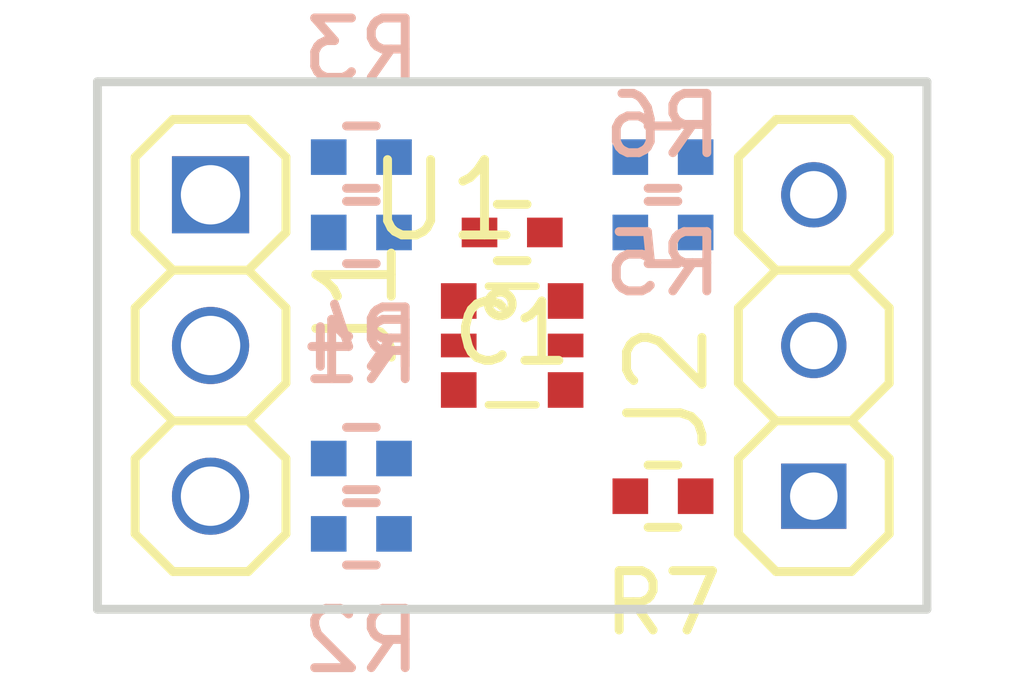
<source format=kicad_pcb>
(kicad_pcb (version 4) (host pcbnew 4.0.7-e2-6376~58~ubuntu17.04.1)

  (general
    (links 21)
    (no_connects 21)
    (area 0 0 0 0)
    (thickness 1.6)
    (drawings 4)
    (tracks 0)
    (zones 0)
    (modules 11)
    (nets 8)
  )

  (page A4)
  (layers
    (0 F.Cu signal)
    (31 B.Cu signal)
    (32 B.Adhes user)
    (33 F.Adhes user)
    (34 B.Paste user)
    (35 F.Paste user)
    (36 B.SilkS user)
    (37 F.SilkS user)
    (38 B.Mask user)
    (39 F.Mask user)
    (40 Dwgs.User user)
    (41 Cmts.User user)
    (42 Eco1.User user)
    (43 Eco2.User user)
    (44 Edge.Cuts user)
    (45 Margin user)
    (46 B.CrtYd user)
    (47 F.CrtYd user)
    (48 B.Fab user)
    (49 F.Fab user)
  )

  (setup
    (last_trace_width 0.25)
    (trace_clearance 0.2)
    (zone_clearance 0.508)
    (zone_45_only no)
    (trace_min 0.2)
    (segment_width 0.2)
    (edge_width 0.15)
    (via_size 0.6)
    (via_drill 0.4)
    (via_min_size 0.4)
    (via_min_drill 0.3)
    (uvia_size 0.3)
    (uvia_drill 0.1)
    (uvias_allowed no)
    (uvia_min_size 0.2)
    (uvia_min_drill 0.1)
    (pcb_text_width 0.3)
    (pcb_text_size 1.5 1.5)
    (mod_edge_width 0.15)
    (mod_text_size 1 1)
    (mod_text_width 0.15)
    (pad_size 1.524 1.524)
    (pad_drill 0.762)
    (pad_to_mask_clearance 0.1)
    (aux_axis_origin 0 0)
    (visible_elements FFFFFF7F)
    (pcbplotparams
      (layerselection 0x00030_80000001)
      (usegerberextensions false)
      (excludeedgelayer true)
      (linewidth 0.100000)
      (plotframeref false)
      (viasonmask false)
      (mode 1)
      (useauxorigin false)
      (hpglpennumber 1)
      (hpglpenspeed 20)
      (hpglpendiameter 15)
      (hpglpenoverlay 2)
      (psnegative false)
      (psa4output false)
      (plotreference true)
      (plotvalue true)
      (plotinvisibletext false)
      (padsonsilk false)
      (subtractmaskfromsilk false)
      (outputformat 1)
      (mirror false)
      (drillshape 1)
      (scaleselection 1)
      (outputdirectory ""))
  )

  (net 0 "")
  (net 1 VCC)
  (net 2 GND)
  (net 3 B)
  (net 4 A)
  (net 5 "Net-(J2-Pad1)")
  (net 6 C)
  (net 7 Y)

  (net_class Default "This is the default net class."
    (clearance 0.2)
    (trace_width 0.25)
    (via_dia 0.6)
    (via_drill 0.4)
    (uvia_dia 0.3)
    (uvia_drill 0.1)
    (add_net A)
    (add_net B)
    (add_net C)
    (add_net GND)
    (add_net "Net-(J2-Pad1)")
    (add_net VCC)
    (add_net Y)
  )

  (module SquantorRcl:C_0402 (layer F.Cu) (tedit 58D18F8A) (tstamp 59DC211A)
    (at 152.4 99.695 180)
    (descr "Capacitor SMD 0402, reflow soldering, AVX (see smccp.pdf)")
    (tags "capacitor 0402")
    (path /59DAAEAA)
    (attr smd)
    (fp_text reference C1 (at 0 -1.7 180) (layer F.SilkS)
      (effects (font (size 1 1) (thickness 0.15)))
    )
    (fp_text value 100n (at 0 1.7 180) (layer F.Fab)
      (effects (font (size 1 1) (thickness 0.15)))
    )
    (fp_line (start -0.5 0.25) (end -0.5 -0.25) (layer F.Fab) (width 0.15))
    (fp_line (start 0.5 0.25) (end -0.5 0.25) (layer F.Fab) (width 0.15))
    (fp_line (start 0.5 -0.25) (end 0.5 0.25) (layer F.Fab) (width 0.15))
    (fp_line (start -0.5 -0.25) (end 0.5 -0.25) (layer F.Fab) (width 0.15))
    (fp_line (start -1.15 -0.6) (end 1.15 -0.6) (layer F.CrtYd) (width 0.05))
    (fp_line (start -1.15 0.6) (end 1.15 0.6) (layer F.CrtYd) (width 0.05))
    (fp_line (start -1.15 -0.6) (end -1.15 0.6) (layer F.CrtYd) (width 0.05))
    (fp_line (start 1.15 -0.6) (end 1.15 0.6) (layer F.CrtYd) (width 0.05))
    (fp_line (start 0.25 -0.475) (end -0.25 -0.475) (layer F.SilkS) (width 0.15))
    (fp_line (start -0.25 0.475) (end 0.25 0.475) (layer F.SilkS) (width 0.15))
    (pad 1 smd rect (at -0.55 0 180) (size 0.6 0.5) (layers F.Cu F.Paste F.Mask)
      (net 1 VCC) (solder_mask_margin 0.1))
    (pad 2 smd rect (at 0.55 0 180) (size 0.6 0.5) (layers F.Cu F.Paste F.Mask)
      (net 2 GND) (solder_mask_margin 0.1))
    (model Capacitors_SMD.3dshapes/C_0402.wrl
      (at (xyz 0 0 0))
      (scale (xyz 1 1 1))
      (rotate (xyz 0 0 0))
    )
  )

  (module SquantorConnectors:Header-0254-1X03-H010 (layer F.Cu) (tedit 59C182DF) (tstamp 59DC2121)
    (at 147.32 101.6 270)
    (descr "PIN HEADER")
    (tags "PIN HEADER")
    (path /59DAAC23)
    (attr virtual)
    (fp_text reference J1 (at -0.7112 -2.4638 270) (layer F.SilkS)
      (effects (font (size 1.27 1.27) (thickness 0.15)))
    )
    (fp_text value PINS_1X03 (at 0 2.54 270) (layer F.Fab)
      (effects (font (size 1.27 1.27) (thickness 0.15)))
    )
    (fp_line (start -3.175 -1.27) (end -1.905 -1.27) (layer F.SilkS) (width 0.15))
    (fp_line (start -1.905 -1.27) (end -1.27 -0.635) (layer F.SilkS) (width 0.15))
    (fp_line (start -1.27 -0.635) (end -1.27 0.635) (layer F.SilkS) (width 0.15))
    (fp_line (start -1.27 0.635) (end -1.905 1.27) (layer F.SilkS) (width 0.15))
    (fp_line (start -1.27 -0.635) (end -0.635 -1.27) (layer F.SilkS) (width 0.15))
    (fp_line (start -0.635 -1.27) (end 0.635 -1.27) (layer F.SilkS) (width 0.15))
    (fp_line (start 0.635 -1.27) (end 1.27 -0.635) (layer F.SilkS) (width 0.15))
    (fp_line (start 1.27 -0.635) (end 1.27 0.635) (layer F.SilkS) (width 0.15))
    (fp_line (start 1.27 0.635) (end 0.635 1.27) (layer F.SilkS) (width 0.15))
    (fp_line (start 0.635 1.27) (end -0.635 1.27) (layer F.SilkS) (width 0.15))
    (fp_line (start -0.635 1.27) (end -1.27 0.635) (layer F.SilkS) (width 0.15))
    (fp_line (start -3.81 -0.635) (end -3.81 0.635) (layer F.SilkS) (width 0.15))
    (fp_line (start -3.175 -1.27) (end -3.81 -0.635) (layer F.SilkS) (width 0.15))
    (fp_line (start -3.81 0.635) (end -3.175 1.27) (layer F.SilkS) (width 0.15))
    (fp_line (start -1.905 1.27) (end -3.175 1.27) (layer F.SilkS) (width 0.15))
    (fp_line (start 1.27 -0.635) (end 1.905 -1.27) (layer F.SilkS) (width 0.15))
    (fp_line (start 1.905 -1.27) (end 3.175 -1.27) (layer F.SilkS) (width 0.15))
    (fp_line (start 3.175 -1.27) (end 3.81 -0.635) (layer F.SilkS) (width 0.15))
    (fp_line (start 3.81 -0.635) (end 3.81 0.635) (layer F.SilkS) (width 0.15))
    (fp_line (start 3.81 0.635) (end 3.175 1.27) (layer F.SilkS) (width 0.15))
    (fp_line (start 3.175 1.27) (end 1.905 1.27) (layer F.SilkS) (width 0.15))
    (fp_line (start 1.905 1.27) (end 1.27 0.635) (layer F.SilkS) (width 0.15))
    (pad 1 thru_hole rect (at -2.54 0 90) (size 1.3 1.3) (drill 1) (layers *.Cu *.Mask)
      (net 3 B))
    (pad 2 thru_hole circle (at 0 0 90) (size 1.3 1.3) (drill 1) (layers *.Cu *.Mask)
      (net 2 GND))
    (pad 3 thru_hole circle (at 2.54 0 90) (size 1.3 1.3) (drill 1) (layers *.Cu *.Mask)
      (net 4 A))
  )

  (module SquantorConnectors:Header-0254-1X03-H008 (layer F.Cu) (tedit 59DA7DA3) (tstamp 59DC2128)
    (at 157.48 101.6 90)
    (descr "PIN HEADER")
    (tags "PIN HEADER")
    (path /59DAAC8A)
    (attr virtual)
    (fp_text reference J2 (at -0.7112 -2.4638 90) (layer F.SilkS)
      (effects (font (size 1.27 1.27) (thickness 0.15)))
    )
    (fp_text value PINS_1X03 (at 0 2.54 90) (layer F.Fab)
      (effects (font (size 1.27 1.27) (thickness 0.15)))
    )
    (fp_line (start -3.175 -1.27) (end -1.905 -1.27) (layer F.SilkS) (width 0.15))
    (fp_line (start -1.905 -1.27) (end -1.27 -0.635) (layer F.SilkS) (width 0.15))
    (fp_line (start -1.27 -0.635) (end -1.27 0.635) (layer F.SilkS) (width 0.15))
    (fp_line (start -1.27 0.635) (end -1.905 1.27) (layer F.SilkS) (width 0.15))
    (fp_line (start -1.27 -0.635) (end -0.635 -1.27) (layer F.SilkS) (width 0.15))
    (fp_line (start -0.635 -1.27) (end 0.635 -1.27) (layer F.SilkS) (width 0.15))
    (fp_line (start 0.635 -1.27) (end 1.27 -0.635) (layer F.SilkS) (width 0.15))
    (fp_line (start 1.27 -0.635) (end 1.27 0.635) (layer F.SilkS) (width 0.15))
    (fp_line (start 1.27 0.635) (end 0.635 1.27) (layer F.SilkS) (width 0.15))
    (fp_line (start 0.635 1.27) (end -0.635 1.27) (layer F.SilkS) (width 0.15))
    (fp_line (start -0.635 1.27) (end -1.27 0.635) (layer F.SilkS) (width 0.15))
    (fp_line (start -3.81 -0.635) (end -3.81 0.635) (layer F.SilkS) (width 0.15))
    (fp_line (start -3.175 -1.27) (end -3.81 -0.635) (layer F.SilkS) (width 0.15))
    (fp_line (start -3.81 0.635) (end -3.175 1.27) (layer F.SilkS) (width 0.15))
    (fp_line (start -1.905 1.27) (end -3.175 1.27) (layer F.SilkS) (width 0.15))
    (fp_line (start 1.27 -0.635) (end 1.905 -1.27) (layer F.SilkS) (width 0.15))
    (fp_line (start 1.905 -1.27) (end 3.175 -1.27) (layer F.SilkS) (width 0.15))
    (fp_line (start 3.175 -1.27) (end 3.81 -0.635) (layer F.SilkS) (width 0.15))
    (fp_line (start 3.81 -0.635) (end 3.81 0.635) (layer F.SilkS) (width 0.15))
    (fp_line (start 3.81 0.635) (end 3.175 1.27) (layer F.SilkS) (width 0.15))
    (fp_line (start 3.175 1.27) (end 1.905 1.27) (layer F.SilkS) (width 0.15))
    (fp_line (start 1.905 1.27) (end 1.27 0.635) (layer F.SilkS) (width 0.15))
    (pad 1 thru_hole rect (at -2.54 0 270) (size 1.1 1.1) (drill 0.8) (layers *.Cu *.Mask)
      (net 5 "Net-(J2-Pad1)"))
    (pad 2 thru_hole circle (at 0 0 270) (size 1.1 1.1) (drill 0.8) (layers *.Cu *.Mask)
      (net 1 VCC))
    (pad 3 thru_hole circle (at 2.54 0 270) (size 1.1 1.1) (drill 0.8) (layers *.Cu *.Mask)
      (net 6 C))
  )

  (module SquantorRcl:R_0402_hand (layer B.Cu) (tedit 5921FEA0) (tstamp 59DC2138)
    (at 149.86 103.505 180)
    (descr "Resistor SMD 0402, reflow soldering, Vishay (see dcrcw.pdf)")
    (tags "resistor 0402")
    (path /59DAB1EC)
    (attr smd)
    (fp_text reference R1 (at 0 1.8 180) (layer B.SilkS)
      (effects (font (size 1 1) (thickness 0.15)) (justify mirror))
    )
    (fp_text value 10k (at 0 -1.8 180) (layer B.Fab)
      (effects (font (size 1 1) (thickness 0.15)) (justify mirror))
    )
    (fp_line (start -0.5 -0.25) (end -0.5 0.25) (layer B.Fab) (width 0.1))
    (fp_line (start 0.5 -0.25) (end -0.5 -0.25) (layer B.Fab) (width 0.1))
    (fp_line (start 0.5 0.25) (end 0.5 -0.25) (layer B.Fab) (width 0.1))
    (fp_line (start -0.5 0.25) (end 0.5 0.25) (layer B.Fab) (width 0.1))
    (fp_line (start -1.15 0.65) (end 1.15 0.65) (layer B.CrtYd) (width 0.05))
    (fp_line (start -1.15 -0.65) (end 1.15 -0.65) (layer B.CrtYd) (width 0.05))
    (fp_line (start -1.15 0.65) (end -1.15 -0.65) (layer B.CrtYd) (width 0.05))
    (fp_line (start 1.15 0.65) (end 1.15 -0.65) (layer B.CrtYd) (width 0.05))
    (fp_line (start 0.25 0.525) (end -0.25 0.525) (layer B.SilkS) (width 0.15))
    (fp_line (start -0.25 -0.525) (end 0.25 -0.525) (layer B.SilkS) (width 0.15))
    (pad 1 smd rect (at -0.55 0 180) (size 0.6 0.6) (layers B.Cu B.Paste B.Mask)
      (net 1 VCC))
    (pad 2 smd rect (at 0.55 0 180) (size 0.6 0.6) (layers B.Cu B.Paste B.Mask)
      (net 4 A))
    (model Resistors_SMD.3dshapes/R_0402.wrl
      (at (xyz 0 0 0))
      (scale (xyz 1 1 1))
      (rotate (xyz 0 0 0))
    )
  )

  (module SquantorRcl:R_0402_hand (layer B.Cu) (tedit 5921FEA0) (tstamp 59DC2148)
    (at 149.86 104.775)
    (descr "Resistor SMD 0402, reflow soldering, Vishay (see dcrcw.pdf)")
    (tags "resistor 0402")
    (path /59DAB6F5)
    (attr smd)
    (fp_text reference R2 (at 0 1.8) (layer B.SilkS)
      (effects (font (size 1 1) (thickness 0.15)) (justify mirror))
    )
    (fp_text value 10k (at 0 -1.8) (layer B.Fab)
      (effects (font (size 1 1) (thickness 0.15)) (justify mirror))
    )
    (fp_line (start -0.5 -0.25) (end -0.5 0.25) (layer B.Fab) (width 0.1))
    (fp_line (start 0.5 -0.25) (end -0.5 -0.25) (layer B.Fab) (width 0.1))
    (fp_line (start 0.5 0.25) (end 0.5 -0.25) (layer B.Fab) (width 0.1))
    (fp_line (start -0.5 0.25) (end 0.5 0.25) (layer B.Fab) (width 0.1))
    (fp_line (start -1.15 0.65) (end 1.15 0.65) (layer B.CrtYd) (width 0.05))
    (fp_line (start -1.15 -0.65) (end 1.15 -0.65) (layer B.CrtYd) (width 0.05))
    (fp_line (start -1.15 0.65) (end -1.15 -0.65) (layer B.CrtYd) (width 0.05))
    (fp_line (start 1.15 0.65) (end 1.15 -0.65) (layer B.CrtYd) (width 0.05))
    (fp_line (start 0.25 0.525) (end -0.25 0.525) (layer B.SilkS) (width 0.15))
    (fp_line (start -0.25 -0.525) (end 0.25 -0.525) (layer B.SilkS) (width 0.15))
    (pad 1 smd rect (at -0.55 0) (size 0.6 0.6) (layers B.Cu B.Paste B.Mask)
      (net 4 A))
    (pad 2 smd rect (at 0.55 0) (size 0.6 0.6) (layers B.Cu B.Paste B.Mask)
      (net 2 GND))
    (model Resistors_SMD.3dshapes/R_0402.wrl
      (at (xyz 0 0 0))
      (scale (xyz 1 1 1))
      (rotate (xyz 0 0 0))
    )
  )

  (module SquantorRcl:R_0402_hand (layer B.Cu) (tedit 5921FEA0) (tstamp 59DC2158)
    (at 149.86 98.425 180)
    (descr "Resistor SMD 0402, reflow soldering, Vishay (see dcrcw.pdf)")
    (tags "resistor 0402")
    (path /59DAB607)
    (attr smd)
    (fp_text reference R3 (at 0 1.8 180) (layer B.SilkS)
      (effects (font (size 1 1) (thickness 0.15)) (justify mirror))
    )
    (fp_text value 10k (at 0 -1.8 180) (layer B.Fab)
      (effects (font (size 1 1) (thickness 0.15)) (justify mirror))
    )
    (fp_line (start -0.5 -0.25) (end -0.5 0.25) (layer B.Fab) (width 0.1))
    (fp_line (start 0.5 -0.25) (end -0.5 -0.25) (layer B.Fab) (width 0.1))
    (fp_line (start 0.5 0.25) (end 0.5 -0.25) (layer B.Fab) (width 0.1))
    (fp_line (start -0.5 0.25) (end 0.5 0.25) (layer B.Fab) (width 0.1))
    (fp_line (start -1.15 0.65) (end 1.15 0.65) (layer B.CrtYd) (width 0.05))
    (fp_line (start -1.15 -0.65) (end 1.15 -0.65) (layer B.CrtYd) (width 0.05))
    (fp_line (start -1.15 0.65) (end -1.15 -0.65) (layer B.CrtYd) (width 0.05))
    (fp_line (start 1.15 0.65) (end 1.15 -0.65) (layer B.CrtYd) (width 0.05))
    (fp_line (start 0.25 0.525) (end -0.25 0.525) (layer B.SilkS) (width 0.15))
    (fp_line (start -0.25 -0.525) (end 0.25 -0.525) (layer B.SilkS) (width 0.15))
    (pad 1 smd rect (at -0.55 0 180) (size 0.6 0.6) (layers B.Cu B.Paste B.Mask)
      (net 1 VCC))
    (pad 2 smd rect (at 0.55 0 180) (size 0.6 0.6) (layers B.Cu B.Paste B.Mask)
      (net 3 B))
    (model Resistors_SMD.3dshapes/R_0402.wrl
      (at (xyz 0 0 0))
      (scale (xyz 1 1 1))
      (rotate (xyz 0 0 0))
    )
  )

  (module SquantorRcl:R_0402_hand (layer B.Cu) (tedit 5921FEA0) (tstamp 59DC2168)
    (at 149.86 99.695)
    (descr "Resistor SMD 0402, reflow soldering, Vishay (see dcrcw.pdf)")
    (tags "resistor 0402")
    (path /59DAB6C4)
    (attr smd)
    (fp_text reference R4 (at 0 1.8) (layer B.SilkS)
      (effects (font (size 1 1) (thickness 0.15)) (justify mirror))
    )
    (fp_text value 10k (at 0 -1.8) (layer B.Fab)
      (effects (font (size 1 1) (thickness 0.15)) (justify mirror))
    )
    (fp_line (start -0.5 -0.25) (end -0.5 0.25) (layer B.Fab) (width 0.1))
    (fp_line (start 0.5 -0.25) (end -0.5 -0.25) (layer B.Fab) (width 0.1))
    (fp_line (start 0.5 0.25) (end 0.5 -0.25) (layer B.Fab) (width 0.1))
    (fp_line (start -0.5 0.25) (end 0.5 0.25) (layer B.Fab) (width 0.1))
    (fp_line (start -1.15 0.65) (end 1.15 0.65) (layer B.CrtYd) (width 0.05))
    (fp_line (start -1.15 -0.65) (end 1.15 -0.65) (layer B.CrtYd) (width 0.05))
    (fp_line (start -1.15 0.65) (end -1.15 -0.65) (layer B.CrtYd) (width 0.05))
    (fp_line (start 1.15 0.65) (end 1.15 -0.65) (layer B.CrtYd) (width 0.05))
    (fp_line (start 0.25 0.525) (end -0.25 0.525) (layer B.SilkS) (width 0.15))
    (fp_line (start -0.25 -0.525) (end 0.25 -0.525) (layer B.SilkS) (width 0.15))
    (pad 1 smd rect (at -0.55 0) (size 0.6 0.6) (layers B.Cu B.Paste B.Mask)
      (net 3 B))
    (pad 2 smd rect (at 0.55 0) (size 0.6 0.6) (layers B.Cu B.Paste B.Mask)
      (net 2 GND))
    (model Resistors_SMD.3dshapes/R_0402.wrl
      (at (xyz 0 0 0))
      (scale (xyz 1 1 1))
      (rotate (xyz 0 0 0))
    )
  )

  (module SquantorRcl:R_0402_hand (layer B.Cu) (tedit 5921FEA0) (tstamp 59DC2178)
    (at 154.94 98.425)
    (descr "Resistor SMD 0402, reflow soldering, Vishay (see dcrcw.pdf)")
    (tags "resistor 0402")
    (path /59DAB639)
    (attr smd)
    (fp_text reference R5 (at 0 1.8) (layer B.SilkS)
      (effects (font (size 1 1) (thickness 0.15)) (justify mirror))
    )
    (fp_text value 10k (at 0 -1.8) (layer B.Fab)
      (effects (font (size 1 1) (thickness 0.15)) (justify mirror))
    )
    (fp_line (start -0.5 -0.25) (end -0.5 0.25) (layer B.Fab) (width 0.1))
    (fp_line (start 0.5 -0.25) (end -0.5 -0.25) (layer B.Fab) (width 0.1))
    (fp_line (start 0.5 0.25) (end 0.5 -0.25) (layer B.Fab) (width 0.1))
    (fp_line (start -0.5 0.25) (end 0.5 0.25) (layer B.Fab) (width 0.1))
    (fp_line (start -1.15 0.65) (end 1.15 0.65) (layer B.CrtYd) (width 0.05))
    (fp_line (start -1.15 -0.65) (end 1.15 -0.65) (layer B.CrtYd) (width 0.05))
    (fp_line (start -1.15 0.65) (end -1.15 -0.65) (layer B.CrtYd) (width 0.05))
    (fp_line (start 1.15 0.65) (end 1.15 -0.65) (layer B.CrtYd) (width 0.05))
    (fp_line (start 0.25 0.525) (end -0.25 0.525) (layer B.SilkS) (width 0.15))
    (fp_line (start -0.25 -0.525) (end 0.25 -0.525) (layer B.SilkS) (width 0.15))
    (pad 1 smd rect (at -0.55 0) (size 0.6 0.6) (layers B.Cu B.Paste B.Mask)
      (net 1 VCC))
    (pad 2 smd rect (at 0.55 0) (size 0.6 0.6) (layers B.Cu B.Paste B.Mask)
      (net 6 C))
    (model Resistors_SMD.3dshapes/R_0402.wrl
      (at (xyz 0 0 0))
      (scale (xyz 1 1 1))
      (rotate (xyz 0 0 0))
    )
  )

  (module SquantorRcl:R_0402_hand (layer B.Cu) (tedit 5921FEA0) (tstamp 59DC2188)
    (at 154.94 99.695 180)
    (descr "Resistor SMD 0402, reflow soldering, Vishay (see dcrcw.pdf)")
    (tags "resistor 0402")
    (path /59DAB688)
    (attr smd)
    (fp_text reference R6 (at 0 1.8 180) (layer B.SilkS)
      (effects (font (size 1 1) (thickness 0.15)) (justify mirror))
    )
    (fp_text value 10k (at 0 -1.8 180) (layer B.Fab)
      (effects (font (size 1 1) (thickness 0.15)) (justify mirror))
    )
    (fp_line (start -0.5 -0.25) (end -0.5 0.25) (layer B.Fab) (width 0.1))
    (fp_line (start 0.5 -0.25) (end -0.5 -0.25) (layer B.Fab) (width 0.1))
    (fp_line (start 0.5 0.25) (end 0.5 -0.25) (layer B.Fab) (width 0.1))
    (fp_line (start -0.5 0.25) (end 0.5 0.25) (layer B.Fab) (width 0.1))
    (fp_line (start -1.15 0.65) (end 1.15 0.65) (layer B.CrtYd) (width 0.05))
    (fp_line (start -1.15 -0.65) (end 1.15 -0.65) (layer B.CrtYd) (width 0.05))
    (fp_line (start -1.15 0.65) (end -1.15 -0.65) (layer B.CrtYd) (width 0.05))
    (fp_line (start 1.15 0.65) (end 1.15 -0.65) (layer B.CrtYd) (width 0.05))
    (fp_line (start 0.25 0.525) (end -0.25 0.525) (layer B.SilkS) (width 0.15))
    (fp_line (start -0.25 -0.525) (end 0.25 -0.525) (layer B.SilkS) (width 0.15))
    (pad 1 smd rect (at -0.55 0 180) (size 0.6 0.6) (layers B.Cu B.Paste B.Mask)
      (net 6 C))
    (pad 2 smd rect (at 0.55 0 180) (size 0.6 0.6) (layers B.Cu B.Paste B.Mask)
      (net 2 GND))
    (model Resistors_SMD.3dshapes/R_0402.wrl
      (at (xyz 0 0 0))
      (scale (xyz 1 1 1))
      (rotate (xyz 0 0 0))
    )
  )

  (module SquantorRcl:R_0402_hand (layer F.Cu) (tedit 5921FEA0) (tstamp 59DC2198)
    (at 154.94 104.14 180)
    (descr "Resistor SMD 0402, reflow soldering, Vishay (see dcrcw.pdf)")
    (tags "resistor 0402")
    (path /59DABE0C)
    (attr smd)
    (fp_text reference R7 (at 0 -1.8 180) (layer F.SilkS)
      (effects (font (size 1 1) (thickness 0.15)))
    )
    (fp_text value R (at 0 1.8 180) (layer F.Fab)
      (effects (font (size 1 1) (thickness 0.15)))
    )
    (fp_line (start -0.5 0.25) (end -0.5 -0.25) (layer F.Fab) (width 0.1))
    (fp_line (start 0.5 0.25) (end -0.5 0.25) (layer F.Fab) (width 0.1))
    (fp_line (start 0.5 -0.25) (end 0.5 0.25) (layer F.Fab) (width 0.1))
    (fp_line (start -0.5 -0.25) (end 0.5 -0.25) (layer F.Fab) (width 0.1))
    (fp_line (start -1.15 -0.65) (end 1.15 -0.65) (layer F.CrtYd) (width 0.05))
    (fp_line (start -1.15 0.65) (end 1.15 0.65) (layer F.CrtYd) (width 0.05))
    (fp_line (start -1.15 -0.65) (end -1.15 0.65) (layer F.CrtYd) (width 0.05))
    (fp_line (start 1.15 -0.65) (end 1.15 0.65) (layer F.CrtYd) (width 0.05))
    (fp_line (start 0.25 -0.525) (end -0.25 -0.525) (layer F.SilkS) (width 0.15))
    (fp_line (start -0.25 0.525) (end 0.25 0.525) (layer F.SilkS) (width 0.15))
    (pad 1 smd rect (at -0.55 0 180) (size 0.6 0.6) (layers F.Cu F.Paste F.Mask)
      (net 5 "Net-(J2-Pad1)"))
    (pad 2 smd rect (at 0.55 0 180) (size 0.6 0.6) (layers F.Cu F.Paste F.Mask)
      (net 7 Y))
    (model Resistors_SMD.3dshapes/R_0402.wrl
      (at (xyz 0 0 0))
      (scale (xyz 1 1 1))
      (rotate (xyz 0 0 0))
    )
  )

  (module SquantorIC:SOT363 (layer F.Cu) (tedit 587E909B) (tstamp 59DC21AF)
    (at 152.4 101.6 270)
    (descr "<li><b>SOT363</b><hr>\n<ul><li>Plastic surface-mounted package; 6 leads\n<li><u>JEDEC</u>: --\n<li><u>IEC</u>: --\n<li><u>JEITA</u>:  SC-88</ul>")
    (path /59DAAB59)
    (fp_text reference U1 (at -1.7 2.5 540) (layer F.SilkS)
      (effects (font (size 1.27 1.27) (thickness 0.15)) (justify left bottom))
    )
    (fp_text value 74LVC1G98 (at 3.2 3.3 360) (layer F.Fab)
      (effects (font (size 1.27 1.27) (thickness 0.15)) (justify left bottom))
    )
    (fp_line (start -1 -0.625) (end -1 0.625) (layer Dwgs.User) (width 0.127))
    (fp_line (start 1 0.625) (end 1 -0.625) (layer Dwgs.User) (width 0.127))
    (fp_line (start -1 -0.625) (end 1 -0.625) (layer Dwgs.User) (width 0.127))
    (fp_line (start 1 0.625) (end -1 0.625) (layer Dwgs.User) (width 0.127))
    (fp_line (start 1 0.4) (end 1 -0.4) (layer F.SilkS) (width 0.127))
    (fp_line (start -1 0.4) (end -1 -0.4) (layer F.SilkS) (width 0.127))
    (fp_circle (center -0.7 0.2) (end -0.5 0.2) (layer F.SilkS) (width 0.15))
    (fp_poly (pts (xy -0.125 -0.625) (xy 0.125 -0.625) (xy 0.125 -0.925) (xy -0.125 -0.925)) (layer Dwgs.User) (width 0))
    (fp_poly (pts (xy 0.525 -0.625) (xy 0.775 -0.625) (xy 0.775 -0.925) (xy 0.525 -0.925)) (layer Dwgs.User) (width 0))
    (fp_poly (pts (xy -0.125 0.925) (xy 0.125 0.925) (xy 0.125 0.625) (xy -0.125 0.625)) (layer Dwgs.User) (width 0))
    (fp_poly (pts (xy 0.525 0.925) (xy 0.775 0.925) (xy 0.775 0.625) (xy 0.525 0.625)) (layer Dwgs.User) (width 0))
    (fp_poly (pts (xy -0.775 0.925) (xy -0.525 0.925) (xy -0.525 0.625) (xy -0.775 0.625)) (layer Dwgs.User) (width 0))
    (fp_poly (pts (xy -0.775 -0.625) (xy -0.525 -0.625) (xy -0.525 -0.925) (xy -0.775 -0.925)) (layer Dwgs.User) (width 0))
    (pad 6 smd rect (at -0.75 -0.9 270) (size 0.6 0.6) (layers F.Cu F.Paste F.Mask)
      (net 6 C))
    (pad 5 smd rect (at 0 -0.9 270) (size 0.4 0.6) (layers F.Cu F.Paste F.Mask)
      (net 1 VCC))
    (pad 4 smd rect (at 0.75 -0.9 270) (size 0.6 0.6) (layers F.Cu F.Paste F.Mask)
      (net 7 Y))
    (pad 1 smd rect (at -0.75 0.9 270) (size 0.6 0.6) (layers F.Cu F.Paste F.Mask)
      (net 3 B))
    (pad 2 smd rect (at 0 0.9 270) (size 0.4 0.6) (layers F.Cu F.Paste F.Mask)
      (net 2 GND))
    (pad 3 smd rect (at 0.75 0.9 270) (size 0.6 0.6) (layers F.Cu F.Paste F.Mask)
      (net 4 A))
  )

  (gr_line (start 145.415 106.045) (end 145.415 97.155) (angle 90) (layer Edge.Cuts) (width 0.15))
  (gr_line (start 159.385 106.045) (end 145.415 106.045) (angle 90) (layer Edge.Cuts) (width 0.15))
  (gr_line (start 159.385 97.155) (end 159.385 106.045) (angle 90) (layer Edge.Cuts) (width 0.15))
  (gr_line (start 145.415 97.155) (end 159.385 97.155) (angle 90) (layer Edge.Cuts) (width 0.15))

)

</source>
